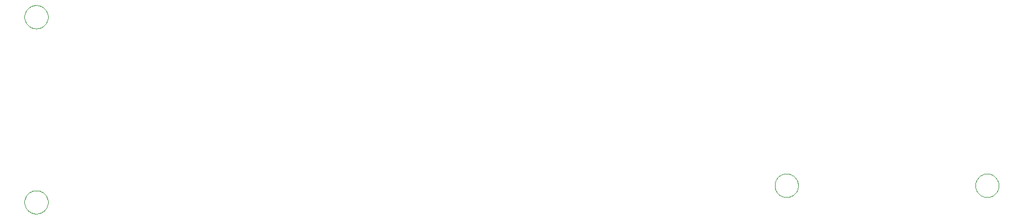
<source format=gm1>
%FSTAX23Y23*%
%MOIN*%
%SFA1B1*%

%IPPOS*%
%ADD95C,0.000500*%
%LNmod_duo_dwarf-1*%
%LPD*%
G54D95*
X-00448Y00692D02*
D01*
X-00448Y00697*
X-00448Y00702*
X-00449Y00707*
X-0045Y00711*
X-00452Y00716*
X-00454Y0072*
X-00456Y00725*
X-00458Y00729*
X-00461Y00733*
X-00464Y00737*
X-00467Y0074*
X-00471Y00744*
X-00474Y00747*
X-00478Y0075*
X-00482Y00752*
X-00486Y00754*
X-00491Y00756*
X-00495Y00758*
X-005Y00759*
X-00505Y0076*
X-00509Y00761*
X-00514Y00761*
X-00519*
X-00524Y00761*
X-00529Y0076*
X-00533Y00759*
X-00538Y00758*
X-00542Y00756*
X-00547Y00754*
X-00551Y00752*
X-00555Y0075*
X-00559Y00747*
X-00563Y00744*
X-00566Y0074*
X-00569Y00737*
X-00572Y00733*
X-00575Y00729*
X-00577Y00725*
X-0058Y0072*
X-00581Y00716*
X-00583Y00711*
X-00584Y00707*
X-00585Y00702*
X-00585Y00697*
X-00586Y00692*
X-00585Y00688*
X-00585Y00683*
X-00584Y00678*
X-00583Y00673*
X-00581Y00669*
X-0058Y00664*
X-00577Y0066*
X-00575Y00656*
X-00572Y00652*
X-00569Y00648*
X-00566Y00645*
X-00563Y00641*
X-00559Y00638*
X-00555Y00635*
X-00551Y00633*
X-00547Y0063*
X-00542Y00629*
X-00538Y00627*
X-00533Y00626*
X-00529Y00625*
X-00524Y00624*
X-00519Y00624*
X-00514*
X-00509Y00624*
X-00505Y00625*
X-005Y00626*
X-00495Y00627*
X-00491Y00629*
X-00486Y0063*
X-00482Y00633*
X-00478Y00635*
X-00474Y00638*
X-00471Y00641*
X-00467Y00645*
X-00464Y00648*
X-00461Y00652*
X-00458Y00656*
X-00456Y0066*
X-00454Y00664*
X-00452Y00669*
X-0045Y00673*
X-00449Y00678*
X-00448Y00683*
X-00448Y00688*
X-00448Y00692*
X0397Y00791D02*
D01*
X0397Y00796*
X03969Y008*
X03968Y00805*
X03967Y0081*
X03966Y00814*
X03964Y00819*
X03962Y00823*
X03959Y00827*
X03957Y00831*
X03954Y00835*
X0395Y00839*
X03947Y00842*
X03943Y00845*
X03939Y00848*
X03935Y0085*
X03931Y00853*
X03927Y00855*
X03922Y00856*
X03917Y00858*
X03913Y00859*
X03908Y00859*
X03903Y0086*
X03898*
X03894Y00859*
X03889Y00859*
X03884Y00858*
X0388Y00856*
X03875Y00855*
X03871Y00853*
X03866Y0085*
X03862Y00848*
X03858Y00845*
X03855Y00842*
X03851Y00839*
X03848Y00835*
X03845Y00831*
X03842Y00827*
X0384Y00823*
X03838Y00819*
X03836Y00814*
X03835Y0081*
X03833Y00805*
X03833Y008*
X03832Y00796*
X03832Y00791*
X03832Y00786*
X03833Y00781*
X03833Y00776*
X03835Y00772*
X03836Y00767*
X03838Y00763*
X0384Y00758*
X03842Y00754*
X03845Y0075*
X03848Y00746*
X03851Y00743*
X03855Y0074*
X03858Y00736*
X03862Y00734*
X03866Y00731*
X03871Y00729*
X03875Y00727*
X0388Y00725*
X03884Y00724*
X03889Y00723*
X03894Y00722*
X03898Y00722*
X03903*
X03908Y00722*
X03913Y00723*
X03917Y00724*
X03922Y00725*
X03927Y00727*
X03931Y00729*
X03935Y00731*
X03939Y00734*
X03943Y00736*
X03947Y0074*
X0395Y00743*
X03954Y00746*
X03957Y0075*
X03959Y00754*
X03962Y00758*
X03964Y00763*
X03966Y00767*
X03967Y00772*
X03968Y00776*
X03969Y00781*
X0397Y00786*
X0397Y00791*
X05151D02*
D01*
X05151Y00796*
X0515Y008*
X05149Y00805*
X05148Y0081*
X05147Y00814*
X05145Y00819*
X05143Y00823*
X0514Y00827*
X05138Y00831*
X05135Y00835*
X05131Y00839*
X05128Y00842*
X05124Y00845*
X0512Y00848*
X05116Y0085*
X05112Y00853*
X05108Y00855*
X05103Y00856*
X05099Y00858*
X05094Y00859*
X05089Y00859*
X05084Y0086*
X05079*
X05075Y00859*
X0507Y00859*
X05065Y00858*
X05061Y00856*
X05056Y00855*
X05052Y00853*
X05047Y0085*
X05043Y00848*
X05039Y00845*
X05036Y00842*
X05032Y00839*
X05029Y00835*
X05026Y00831*
X05023Y00827*
X05021Y00823*
X05019Y00819*
X05017Y00814*
X05016Y0081*
X05015Y00805*
X05014Y008*
X05013Y00796*
X05013Y00791*
X05013Y00786*
X05014Y00781*
X05015Y00776*
X05016Y00772*
X05017Y00767*
X05019Y00763*
X05021Y00758*
X05023Y00754*
X05026Y0075*
X05029Y00746*
X05032Y00743*
X05036Y0074*
X05039Y00736*
X05043Y00734*
X05047Y00731*
X05052Y00729*
X05056Y00727*
X05061Y00725*
X05065Y00724*
X0507Y00723*
X05075Y00722*
X05079Y00722*
X05084*
X05089Y00722*
X05094Y00723*
X05099Y00724*
X05103Y00725*
X05108Y00727*
X05112Y00729*
X05116Y00731*
X0512Y00734*
X05124Y00736*
X05128Y0074*
X05131Y00743*
X05135Y00746*
X05138Y0075*
X0514Y00754*
X05143Y00758*
X05145Y00763*
X05147Y00767*
X05148Y00772*
X05149Y00776*
X0515Y00781*
X05151Y00786*
X05151Y00791*
X-00448Y01786D02*
D01*
X-00448Y01791*
X-00448Y01796*
X-00449Y01801*
X-0045Y01805*
X-00452Y0181*
X-00454Y01814*
X-00456Y01819*
X-00458Y01823*
X-00461Y01827*
X-00464Y01831*
X-00467Y01834*
X-00471Y01837*
X-00474Y01841*
X-00478Y01843*
X-00482Y01846*
X-00486Y01848*
X-00491Y0185*
X-00495Y01852*
X-005Y01853*
X-00505Y01854*
X-00509Y01855*
X-00514Y01855*
X-00519*
X-00524Y01855*
X-00529Y01854*
X-00533Y01853*
X-00538Y01852*
X-00542Y0185*
X-00547Y01848*
X-00551Y01846*
X-00555Y01843*
X-00559Y01841*
X-00563Y01837*
X-00566Y01834*
X-00569Y01831*
X-00572Y01827*
X-00575Y01823*
X-00577Y01819*
X-0058Y01814*
X-00581Y0181*
X-00583Y01805*
X-00584Y01801*
X-00585Y01796*
X-00585Y01791*
X-00586Y01786*
X-00585Y01781*
X-00585Y01777*
X-00584Y01772*
X-00583Y01767*
X-00581Y01763*
X-0058Y01758*
X-00577Y01754*
X-00575Y0175*
X-00572Y01746*
X-00569Y01742*
X-00566Y01738*
X-00563Y01735*
X-00559Y01732*
X-00555Y01729*
X-00551Y01727*
X-00547Y01724*
X-00542Y01722*
X-00538Y01721*
X-00533Y01719*
X-00529Y01718*
X-00524Y01718*
X-00519Y01717*
X-00514*
X-00509Y01718*
X-00505Y01718*
X-005Y01719*
X-00495Y01721*
X-00491Y01722*
X-00486Y01724*
X-00482Y01727*
X-00478Y01729*
X-00474Y01732*
X-00471Y01735*
X-00467Y01738*
X-00464Y01742*
X-00461Y01746*
X-00458Y0175*
X-00456Y01754*
X-00454Y01758*
X-00452Y01763*
X-0045Y01767*
X-00449Y01772*
X-00448Y01777*
X-00448Y01781*
X-00448Y01786*
M02*
</source>
